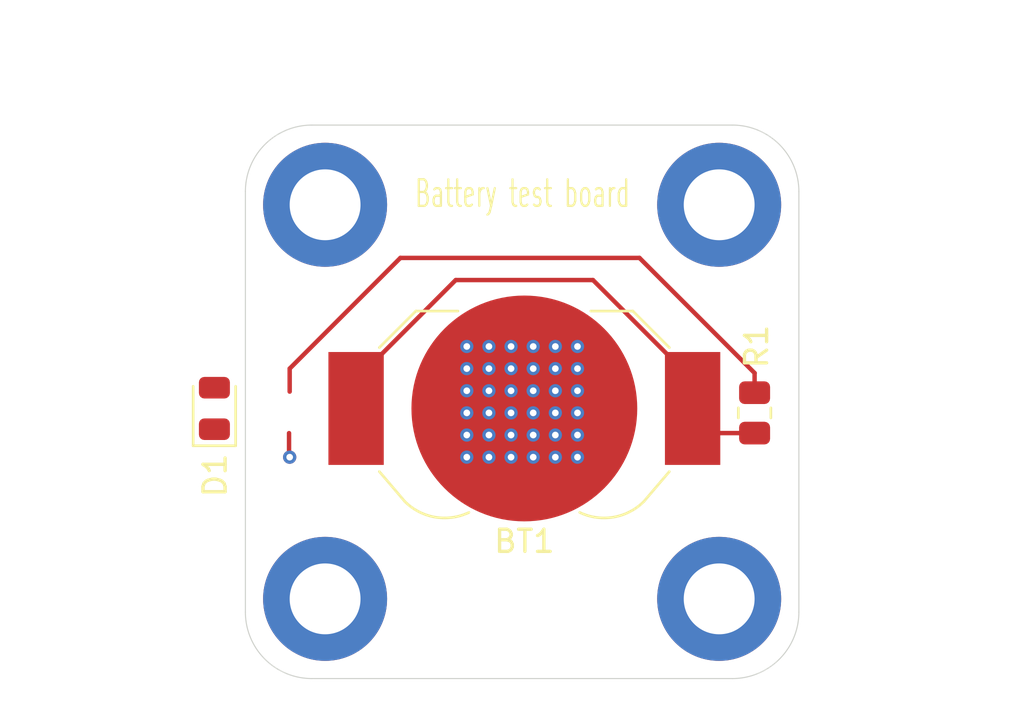
<source format=kicad_pcb>
(kicad_pcb (version 20240108) (generator "pcbnew") (generator_version "8.0")
  (layers (0 "F.Cu" signal) (1 "In1.Cu" signal) (2 "In2.Cu" signal) (31 "B.Cu" signal) (34 "B.Paste" user) (35 "F.Paste" user) (36 "B.SilkS" user "B.Silkscreen") (37 "F.SilkS" user "F.Silkscreen") (38 "B.Mask" user) (39 "F.Mask" user) (44 "Edge.Cuts" user))
  (net 0 "")
  (net 1 "/+V")
  (net 2 "/-V")
  (net 3 "Net-(D1-A)")
  (footprint "LED_SMD:LED_0805_2012Metric" (layer "F.Cu") (at 126.8 100.4 90)
    (property "Reference" "D1" (at -3.023587 0.028661 -90) (layer "F.SilkS"))
    (property "Value" "LED")
    (fp_line (start 1 -0.96) (end -1.684999 -0.96) (stroke (width 0.12)) (layer "F.SilkS"))
    (fp_line (start -1.684999 -0.96) (end -1.684999 0.96) (stroke (width 0.12)) (layer "F.SilkS"))
    (fp_line (start -1.684999 0.96) (end 1 0.96) (stroke (width 0.12)) (layer "F.SilkS"))
    (pad "1" smd roundrect (at -0.937501 0 90) (size 0.975 1.4) (layers "F.Cu" "F.Paste" "F.Mask") (net 2 "/-V"))
    (pad "2" smd roundrect (at 0.937501 0 90) (size 0.975 1.4) (layers "F.Cu" "F.Paste" "F.Mask") (net 3 "Net-(D1-A)"))
  )
  (footprint "MountingHole:MountingHole_3.2mm_M3_DIN965_Pad" (layer "F.Cu") (at 131.8 109)
    (property "Reference" "H3" (hide yes))
    (property "Value" "MountingHole")
    (pad "1" thru_hole circle (at 0 0) (size 5.6 5.6) (drill 3.2) (layers "*.Cu" "*.Mask"))
  )
  (footprint "MountingHole:MountingHole_3.2mm_M3_DIN965_Pad" (layer "F.Cu") (at 149.6 109)
    (property "Reference" "H4" (hide yes))
    (property "Value" "MountingHole")
    (pad "1" thru_hole circle (at 0 0) (size 5.6 5.6) (drill 3.2) (layers "*.Cu" "*.Mask"))
  )
  (footprint "Resistor_SMD:R_0805_2012Metric" (layer "F.Cu") (at 151.2 100.6 90)
    (property "Reference" "R1" (at 3 0.0875 -90) (layer "F.SilkS"))
    (property "Value" "R")
    (fp_line (start -0.227064 -0.735) (end 0.227064 -0.735) (stroke (width 0.12)) (layer "F.SilkS"))
    (fp_line (start -0.227064 0.735) (end 0.227064 0.735) (stroke (width 0.12)) (layer "F.SilkS"))
    (pad "1" smd roundrect (at -0.9125 0 90) (size 1.025 1.4) (layers "F.Cu" "F.Paste" "F.Mask") (roundrect_rratio 0.243902) (net 1 "/+V"))
    (pad "2" smd roundrect (at 0.9125 0 90) (size 1.025 1.4) (layers "F.Cu" "F.Paste" "F.Mask") (roundrect_rratio 0.243902) (net 3 "Net-(D1-A)"))
  )
  (footprint "MountingHole:MountingHole_3.2mm_M3_DIN965_Pad" (layer "F.Cu") (at 149.6 91.2)
    (property "Reference" "H2" (hide yes))
    (property "Value" "MountingHole")
    (pad "1" thru_hole circle (at 0 0) (size 5.6 5.6) (drill 3.2) (layers "*.Cu" "*.Mask"))
  )
  (footprint "Battery:BatteryHolder_LINX_BAT-HLD-012-SMT" (layer "F.Cu") (at 140.8 100.4)
    (property "Reference" "BT1" (at 0 6 0) (layer "F.SilkS"))
    (property "Value" "Battery")
    (fp_line (start -6.55 -2.75) (end -4.9 -4.4) (stroke (width 0.12)) (layer "F.SilkS"))
    (fp_line (start -6.55 2.85) (end -5.4 4.2) (stroke (width 0.12)) (layer "F.SilkS"))
    (fp_line (start -4.9 -4.4) (end -3 -4.4) (stroke (width 0.12)) (layer "F.SilkS"))
    (fp_line (start 4.9 -4.4) (end 3 -4.4) (stroke (width 0.12)) (layer "F.SilkS"))
    (fp_line (start 4.9 -4.4) (end 6.55 -2.75) (stroke (width 0.12)) (layer "F.SilkS"))
    (fp_line (start 6.55 2.85) (end 5.4 4.2) (stroke (width 0.12)) (layer "F.SilkS"))
    (fp_arc (start -2.504098 4.697607) (mid -4.031094 4.908816) (end -5.4 4.2) (stroke (width 0.12)) (layer "F.SilkS"))
    (fp_arc (start 5.4 4.2) (mid 4.029781 4.909041) (end 2.501694 4.696459) (stroke (width 0.12)) (layer "F.SilkS"))
    (pad "1" smd rect (at -7.6 0) (size 2.5 5.1) (layers "F.Cu" "F.Paste" "F.Mask") (net 1 "/+V"))
    (pad "1" smd rect (at 7.6 0) (size 2.5 5.1) (layers "F.Cu" "F.Paste" "F.Mask") (net 1 "/+V"))
    (pad "2" smd circle (at 0 0) (size 10.2 10.2) (layers "F.Cu" "F.Mask") (net 2 "/-V"))
  )
  (footprint "MountingHole:MountingHole_3.2mm_M3_DIN965_Pad" (layer "F.Cu") (at 131.8 91.2)
    (property "Reference" "H1" (hide yes))
    (property "Value" "MountingHole")
    (pad "1" thru_hole circle (at 0 0) (size 5.6 5.6) (drill 3.2) (layers "*.Cu" "*.Mask"))
  )
  (gr_arc (start 131.2 112.6) (mid 129.07868 111.72132) (end 128.2 109.6) (stroke (width 0.05)) (layer "Edge.Cuts"))
  (gr_line (start 153.2 90.6) (end 153.2 109.6) (stroke (width 0.05)) (layer "Edge.Cuts"))
  (gr_line (start 131.2 87.6) (end 150.2 87.6) (stroke (width 0.05)) (layer "Edge.Cuts"))
  (gr_line (start 150.2 112.6) (end 131.2 112.6) (stroke (width 0.05)) (layer "Edge.Cuts"))
  (gr_arc (start 150.2 87.6) (mid 152.32132 88.47868) (end 153.2 90.6) (stroke (width 0.05)) (layer "Edge.Cuts"))
  (gr_line (start 128.2 109.6) (end 128.2 90.6) (stroke (width 0.05)) (layer "Edge.Cuts"))
  (gr_arc (start 128.2 90.6) (mid 129.07868 88.47868) (end 131.2 87.6) (stroke (width 0.05)) (layer "Edge.Cuts"))
  (gr_arc (start 153.2 109.6) (mid 152.32132 111.72132) (end 150.2 112.6) (stroke (width 0.05)) (layer "Edge.Cuts"))
  (gr_text "Battery test board" (at 135.8 91.4 0) (layer "F.SilkS") (effects (font (size 1.2 0.7) (thickness 0.1)) (justify left bottom)))
  (segment (start 137.7 94.6) (end 133.2 99.1) (width 0.2) (layer "F.Cu") (net 1))
  (segment (start 133.2 99.1) (end 133.2 100.4) (width 0.2) (layer "F.Cu") (net 1))
  (segment (start 148.4 100.4) (end 148.4 99.1) (width 0.2) (layer "F.Cu") (net 1))
  (segment (start 148.4 99.1) (end 143.9 94.6) (width 0.2) (layer "F.Cu") (net 1))
  (segment (start 151.2 101.5125) (end 149.5125 101.5125) (width 0.2) (layer "F.Cu") (net 1))
  (segment (start 143.9 94.6) (end 137.7 94.6) (width 0.2) (layer "F.Cu") (net 1))
  (segment (start 149.5125 101.5125) (end 148.4 100.4) (width 0.2) (layer "F.Cu") (net 1))
  (segment (start 148.2 100.6) (end 148.4 100.4) (width 0.2) (layer "F.Cu") (net 1))
  (segment (start 130.171339 101.513914) (end 130.171339 102.571339) (width 0.2) (layer "F.Cu") (net 2))
  (via (at 142.2 100.6) (size 0.6) (drill 0.3) (layers "F.Cu" "B.Cu") (net 2))
  (via (at 139.2 97.6) (size 0.6) (drill 0.3) (layers "F.Cu" "B.Cu") (net 2))
  (via (at 142.2 97.6) (size 0.6) (drill 0.3) (layers "F.Cu" "B.Cu") (net 2))
  (via (at 139.2 98.6) (size 0.6) (drill 0.3) (layers "F.Cu" "B.Cu") (net 2))
  (via (at 140.2 102.6) (size 0.6) (drill 0.3) (layers "F.Cu" "B.Cu") (net 2))
  (via (at 139.2 99.6) (size 0.6) (drill 0.3) (layers "F.Cu" "B.Cu") (net 2))
  (via (at 140.2 100.6) (size 0.6) (drill 0.3) (layers "F.Cu" "B.Cu") (net 2))
  (via (at 139.2 101.6) (size 0.6) (drill 0.3) (layers "F.Cu" "B.Cu") (net 2))
  (via (at 140.2 97.6) (size 0.6) (drill 0.3) (layers "F.Cu" "B.Cu") (net 2))
  (via (at 141.2 100.6) (size 0.6) (drill 0.3) (layers "F.Cu" "B.Cu") (net 2))
  (via (at 141.2 99.6) (size 0.6) (drill 0.3) (layers "F.Cu" "B.Cu") (net 2))
  (via (at 141.2 97.6) (size 0.6) (drill 0.3) (layers "F.Cu" "B.Cu") (net 2))
  (via (at 140.2 98.6) (size 0.6) (drill 0.3) (layers "F.Cu" "B.Cu") (net 2))
  (via (at 141.2 98.6) (size 0.6) (drill 0.3) (layers "F.Cu" "B.Cu") (net 2))
  (via (at 138.2 102.6) (size 0.6) (drill 0.3) (layers "F.Cu" "B.Cu") (net 2))
  (via (at 142.2 99.6) (size 0.6) (drill 0.3) (layers "F.Cu" "B.Cu") (net 2))
  (via (at 140.2 99.6) (size 0.6) (drill 0.3) (layers "F.Cu" "B.Cu") (net 2))
  (via (at 142.2 102.6) (size 0.6) (drill 0.3) (layers "F.Cu" "B.Cu") (net 2))
  (via (at 140.2 101.6) (size 0.6) (drill 0.3) (layers "F.Cu" "B.Cu") (net 2))
  (via (at 142.2 101.6) (size 0.6) (drill 0.3) (layers "F.Cu" "B.Cu") (net 2))
  (via (at 141.2 101.6) (size 0.6) (drill 0.3) (layers "F.Cu" "B.Cu") (net 2))
  (via (at 139.2 100.6) (size 0.6) (drill 0.3) (layers "F.Cu" "B.Cu") (net 2))
  (via (at 143.2 100.6) (size 0.6) (drill 0.3) (layers "F.Cu" "B.Cu") (net 2))
  (via (at 138.2 99.6) (size 0.6) (drill 0.3) (layers "F.Cu" "B.Cu") (net 2))
  (via (at 138.2 100.6) (size 0.6) (drill 0.3) (layers "F.Cu" "B.Cu") (net 2))
  (via (at 143.2 102.6) (size 0.6) (drill 0.3) (layers "F.Cu" "B.Cu") (net 2))
  (via (at 139.2 102.6) (size 0.6) (drill 0.3) (layers "F.Cu" "B.Cu") (net 2))
  (via (at 143.2 101.6) (size 0.6) (drill 0.3) (layers "F.Cu" "B.Cu") (net 2))
  (via (at 138.2 101.6) (size 0.6) (drill 0.3) (layers "F.Cu" "B.Cu") (net 2))
  (via (at 143.2 97.6) (size 0.6) (drill 0.3) (layers "F.Cu" "B.Cu") (net 2))
  (via (at 130.2 102.6) (size 0.6) (drill 0.3) (layers "F.Cu" "B.Cu") (net 2))
  (via (at 138.2 98.6) (size 0.6) (drill 0.3) (layers "F.Cu" "B.Cu") (net 2))
  (via (at 143.2 98.6) (size 0.6) (drill 0.3) (layers "F.Cu" "B.Cu") (net 2))
  (via (at 142.2 98.6) (size 0.6) (drill 0.3) (layers "F.Cu" "B.Cu") (net 2))
  (via (at 143.2 99.6) (size 0.6) (drill 0.3) (layers "F.Cu" "B.Cu") (net 2))
  (via (at 138.2 97.6) (size 0.6) (drill 0.3) (layers "F.Cu" "B.Cu") (net 2))
  (via (at 141.2 102.6) (size 0.6) (drill 0.3) (layers "F.Cu" "B.Cu") (net 2))
  (segment (start 151.2 98.8) (end 146 93.6) (width 0.2) (layer "F.Cu") (net 3))
  (segment (start 135.2 93.6) (end 130.2 98.6) (width 0.2) (layer "F.Cu") (net 3))
  (segment (start 146 93.6) (end 135.2 93.6) (width 0.2) (layer "F.Cu") (net 3))
  (segment (start 130.2 98.6) (end 130.2 99.638912) (width 0.2) (layer "F.Cu") (net 3))
  (segment (start 151.2 99.6875) (end 151.2 98.8) (width 0.2) (layer "F.Cu") (net 3))
)
</source>
